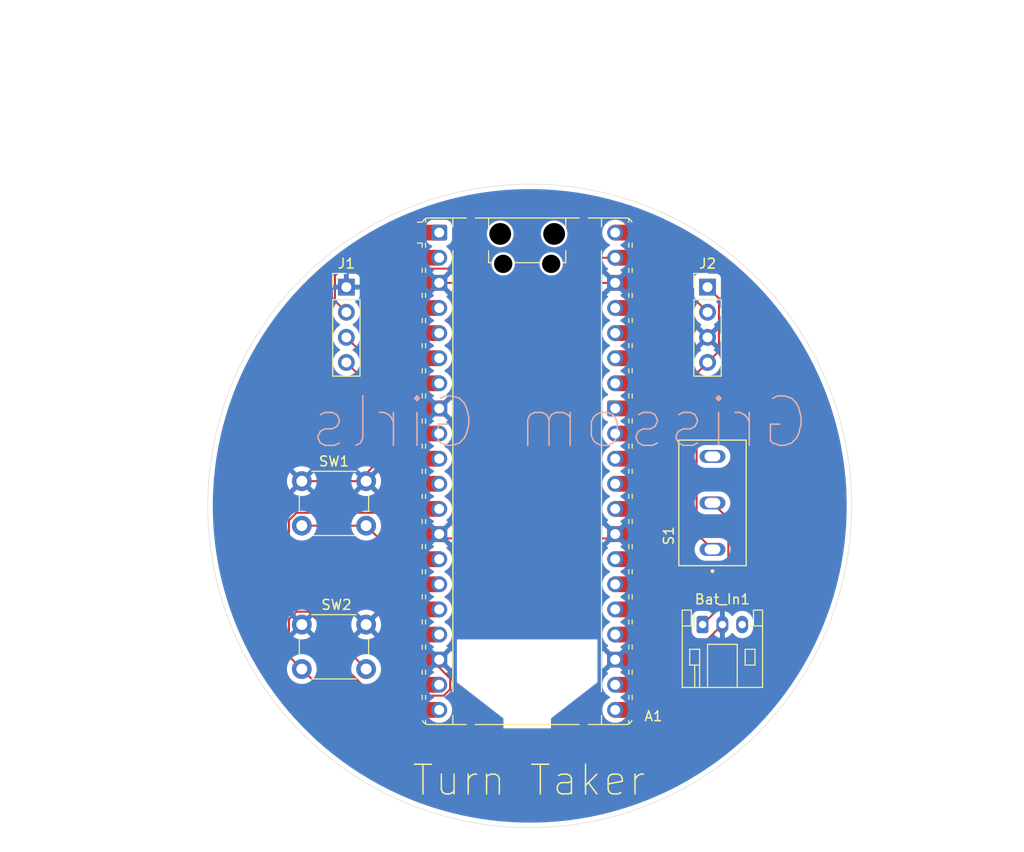
<source format=kicad_pcb>
(kicad_pcb (version 20241229) (generator "pcbnew") (generator_version "9.0")
  (layers (0 "F.Cu" signal) (2 "B.Cu" signal) (13 "F.Paste" user) (15 "B.Paste" user) (5 "F.SilkS" user "F.Silkscreen") (7 "B.SilkS" user "B.Silkscreen") (1 "F.Mask" user) (3 "B.Mask" user) (25 "Edge.Cuts" user))
  (net 0 "")
  (net 7 "GND")
  (net 9 "Net-(A1-GPIO14)")
  (net 28 "+5V")
  (net 34 "Net-(A1-GPIO5)")
  (net 37 "Net-(A1-GPIO4)")
  (net 47 "Net-(A1-GPIO15)")
  (net 63 "BAT+")
  (net 64 "Net-(J2-Pin_1)")
  (footprint "Module:RaspberryPi_Pico_Common_Unspecified" (layer "F.Cu") (at 181.275 83)
    (property "Reference" "A1" (at 11.7475 24.765 0) (layer "F.SilkS") (effects (justify left)))
    (property "Value" "RaspberryPi_Pico")
    (fp_line (start -10.61 -23.07) (end -11.09 -23.07) (stroke (width 0.12)) (layer "F.SilkS"))
    (fp_line (start -10.61 -23.07) (end -10.61 -22.65) (stroke (width 0.12)) (layer "F.SilkS"))
    (fp_line (start -10.61 -20.53) (end -10.61 -20.11) (stroke (width 0.12)) (layer "F.SilkS"))
    (fp_line (start -10.61 -17.99) (end -10.61 -17.57) (stroke (width 0.12)) (layer "F.SilkS"))
    (fp_line (start -10.61 -15.45) (end -10.61 -15.03) (stroke (width 0.12)) (layer "F.SilkS"))
    (fp_line (start -10.61 -12.91) (end -10.61 -12.49) (stroke (width 0.12)) (layer "F.SilkS"))
    (fp_line (start -10.61 -10.37) (end -10.61 -9.95) (stroke (width 0.12)) (layer "F.SilkS"))
    (fp_line (start -10.61 -7.83) (end -10.61 -7.41) (stroke (width 0.12)) (layer "F.SilkS"))
    (fp_line (start -10.61 -5.29) (end -10.61 -4.87) (stroke (width 0.12)) (layer "F.SilkS"))
    (fp_line (start -10.61 -2.75) (end -10.61 -2.33) (stroke (width 0.12)) (layer "F.SilkS"))
    (fp_line (start -10.61 -0.21) (end -10.61 0.21) (stroke (width 0.12)) (layer "F.SilkS"))
    (fp_line (start -10.61 2.33) (end -10.61 2.75) (stroke (width 0.12)) (layer "F.SilkS"))
    (fp_line (start -10.61 4.87) (end -10.61 5.29) (stroke (width 0.12)) (layer "F.SilkS"))
    (fp_line (start -10.61 7.41) (end -10.61 7.83) (stroke (width 0.12)) (layer "F.SilkS"))
    (fp_line (start -10.61 9.95) (end -10.61 10.37) (stroke (width 0.12)) (layer "F.SilkS"))
    (fp_line (start -10.61 12.49) (end -10.61 12.91) (stroke (width 0.12)) (layer "F.SilkS"))
    (fp_line (start -10.61 15.03) (end -10.61 15.45) (stroke (width 0.12)) (layer "F.SilkS"))
    (fp_line (start -10.61 17.57) (end -10.61 17.99) (stroke (width 0.12)) (layer "F.SilkS"))
    (fp_line (start -10.61 20.11) (end -10.61 20.53) (stroke (width 0.12)) (layer "F.SilkS"))
    (fp_line (start -10.61 22.65) (end -10.61 23.07) (stroke (width 0.12)) (layer "F.SilkS"))
    (fp_line (start -10.579676 -25.19) (end -11.09 -25.19) (stroke (width 0.12)) (layer "F.SilkS"))
    (fp_line (start -10.27 -25.189937) (end -10.27 -25.547) (stroke (width 0.12)) (layer "F.SilkS"))
    (fp_line (start -10.27 -23.07) (end -10.27 -22.65) (stroke (width 0.12)) (layer "F.SilkS"))
    (fp_line (start -10.27 -20.53) (end -10.27 -20.11) (stroke (width 0.12)) (layer "F.SilkS"))
    (fp_line (start -10.27 -17.99) (end -10.27 -17.57) (stroke (width 0.12)) (layer "F.SilkS"))
    (fp_line (start -10.27 -15.45) (end -10.27 -15.03) (stroke (width 0.12)) (layer "F.SilkS"))
    (fp_line (start -10.27 -12.91) (end -10.27 -12.49) (stroke (width 0.12)) (layer "F.SilkS"))
    (fp_line (start -10.27 -10.37) (end -10.27 -9.95) (stroke (width 0.12)) (layer "F.SilkS"))
    (fp_line (start -10.27 -7.83) (end -10.27 -7.41) (stroke (width 0.12)) (layer "F.SilkS"))
    (fp_line (start -10.27 -5.29) (end -10.27 -4.87) (stroke (width 0.12)) (layer "F.SilkS"))
    (fp_line (start -10.27 -2.75) (end -10.27 -2.33) (stroke (width 0.12)) (layer "F.SilkS"))
    (fp_line (start -10.27 -0.21) (end -10.27 0.21) (stroke (width 0.12)) (layer "F.SilkS"))
    (fp_line (start -10.27 2.33) (end -10.27 2.75) (stroke (width 0.12)) (layer "F.SilkS"))
    (fp_line (start -10.27 4.87) (end -10.27 5.29) (stroke (width 0.12)) (layer "F.SilkS"))
    (fp_line (start -10.27 7.41) (end -10.27 7.83) (stroke (width 0.12)) (layer "F.SilkS"))
    (fp_line (start -10.27 9.95) (end -10.27 10.37) (stroke (width 0.12)) (layer "F.SilkS"))
    (fp_line (start -10.27 12.49) (end -10.27 12.91) (stroke (width 0.12)) (layer "F.SilkS"))
    (fp_line (start -10.27 15.03) (end -10.27 15.45) (stroke (width 0.12)) (layer "F.SilkS"))
    (fp_line (start -10.27 17.57) (end -10.27 17.99) (stroke (width 0.12)) (layer "F.SilkS"))
    (fp_line (start -10.27 20.11) (end -10.27 20.53) (stroke (width 0.12)) (layer "F.SilkS"))
    (fp_line (start -10.27 22.65) (end -10.27 23.07) (stroke (width 0.12)) (layer "F.SilkS"))
    (fp_line (start -10.27 25.189937) (end -10.27 25.547) (stroke (width 0.12)) (layer "F.SilkS"))
    (fp_line (start -10 -25.61) (end -7.51 -25.61) (stroke (width 0.12)) (layer "F.SilkS"))
    (fp_line (start -10 25.61) (end -6.162061 25.61) (stroke (width 0.12)) (layer "F.SilkS"))
    (fp_line (start -7.51 -25.61) (end -7.51 -24.69648) (stroke (width 0.12)) (layer "F.SilkS"))
    (fp_line (start -7.51 -25.61) (end -6.16206 -25.61) (stroke (width 0.12)) (layer "F.SilkS"))
    (fp_line (start -7.51 -22.30352) (end -7.51 22.30352) (stroke (width 0.12)) (layer "F.SilkS"))
    (fp_line (start -7.51 24.69648) (end -7.51 25.61) (stroke (width 0.12)) (layer "F.SilkS"))
    (fp_line (start -5.237939 -25.61) (end -4.235 -25.61) (stroke (width 0.12)) (layer "F.SilkS"))
    (fp_line (start -4.235 -25.61) (end 4.235 -25.61) (stroke (width 0.12)) (layer "F.SilkS"))
    (fp_line (start -3.9 -25.61) (end -3.9 -24.694) (stroke (width 0.12)) (layer "F.SilkS"))
    (fp_line (start -3.9 -22.306) (end -3.9 -21.09) (stroke (width 0.12)) (layer "F.SilkS"))
    (fp_line (start -3.9 -21.09) (end -3.60391 -21.09) (stroke (width 0.12)) (layer "F.SilkS"))
    (fp_line (start -3.6 25.61) (end -5.237939 25.61) (stroke (width 0.12)) (layer "F.SilkS"))
    (fp_line (start -1.24609 -21.09) (end 1.24609 -21.09) (stroke (width 0.12)) (layer "F.SilkS"))
    (fp_line (start 3.6 25.61) (end -3.6 25.61) (stroke (width 0.12)) (layer "F.SilkS"))
    (fp_line (start 3.60391 -21.09) (end 3.9 -21.09) (stroke (width 0.12)) (layer "F.SilkS"))
    (fp_line (start 3.9 -25.61) (end 3.9 -24.694) (stroke (width 0.12)) (layer "F.SilkS"))
    (fp_line (start 3.9 -22.306) (end 3.9 -21.09) (stroke (width 0.12)) (layer "F.SilkS"))
    (fp_line (start 4.235 -25.61) (end 5.237939 -25.61) (stroke (width 0.12)) (layer "F.SilkS"))
    (fp_line (start 5.237939 25.61) (end 3.6 25.61) (stroke (width 0.12)) (layer "F.SilkS"))
    (fp_line (start 6.162061 -25.61) (end 7.51 -25.61) (stroke (width 0.12)) (layer "F.SilkS"))
    (fp_line (start 6.162061 25.61) (end 10 25.61) (stroke (width 0.12)) (layer "F.SilkS"))
    (fp_line (start 7.51 -25.61) (end 7.51 -24.69648) (stroke (width 0.12)) (layer "F.SilkS"))
    (fp_line (start 7.51 -22.30352) (end 7.51 22.30352) (stroke (width 0.12)) (layer "F.SilkS"))
    (fp_line (start 7.51 24.69648) (end 7.51 25.61) (stroke (width 0.12)) (layer "F.SilkS"))
    (fp_line (start 10 -25.61) (end 7.51 -25.61) (stroke (width 0.12)) (layer "F.SilkS"))
    (fp_line (start 10.27 -25.189937) (end 10.27 -25.547) (stroke (width 0.12)) (layer "F.SilkS"))
    (fp_line (start 10.27 -23.07) (end 10.27 -22.65) (stroke (width 0.12)) (layer "F.SilkS"))
    (fp_line (start 10.27 -20.53) (end 10.27 -20.11) (stroke (width 0.12)) (layer "F.SilkS"))
    (fp_line (start 10.27 -17.99) (end 10.27 -17.57) (stroke (width 0.12)) (layer "F.SilkS"))
    (fp_line (start 10.27 -15.45) (end 10.27 -15.03) (stroke (width 0.12)) (layer "F.SilkS"))
    (fp_line (start 10.27 -12.91) (end 10.27 -12.49) (stroke (width 0.12)) (layer "F.SilkS"))
    (fp_line (start 10.27 -10.37) (end 10.27 -9.95) (stroke (width 0.12)) (layer "F.SilkS"))
    (fp_line (start 10.27 -7.83) (end 10.27 -7.41) (stroke (width 0.12)) (layer "F.SilkS"))
    (fp_line (start 10.27 -5.29) (end 10.27 -4.87) (stroke (width 0.12)) (layer "F.SilkS"))
    (fp_line (start 10.27 -2.75) (end 10.27 -2.33) (stroke (width 0.12)) (layer "F.SilkS"))
    (fp_line (start 10.27 -0.21) (end 10.27 0.21) (stroke (width 0.12)) (layer "F.SilkS"))
    (fp_line (start 10.27 2.33) (end 10.27 2.75) (stroke (width 0.12)) (layer "F.SilkS"))
    (fp_line (start 10.27 4.87) (end 10.27 5.29) (stroke (width 0.12)) (layer "F.SilkS"))
    (fp_line (start 10.27 7.41) (end 10.27 7.83) (stroke (width 0.12)) (layer "F.SilkS"))
    (fp_line (start 10.27 9.95) (end 10.27 10.37) (stroke (width 0.12)) (layer "F.SilkS"))
    (fp_line (start 10.27 12.49) (end 10.27 12.91) (stroke (width 0.12)) (layer "F.SilkS"))
    (fp_line (start 10.27 15.03) (end 10.27 15.45) (stroke (width 0.12)) (layer "F.SilkS"))
    (fp_line (start 10.27 17.57) (end 10.27 17.99) (stroke (width 0.12)) (layer "F.SilkS"))
    (fp_line (start 10.27 20.11) (end 10.27 20.53) (stroke (width 0.12)) (layer "F.SilkS"))
    (fp_line (start 10.27 22.65) (end 10.27 23.07) (stroke (width 0.12)) (layer "F.SilkS"))
    (fp_line (start 10.27 25.189937) (end 10.27 25.547) (stroke (width 0.12)) (layer "F.SilkS"))
    (fp_line (start 10.61 -23.07) (end 10.61 -22.65) (stroke (width 0.12)) (layer "F.SilkS"))
    (fp_line (start 10.61 -20.53) (end 10.61 -20.11) (stroke (width 0.12)) (layer "F.SilkS"))
    (fp_line (start 10.61 -17.99) (end 10.61 -17.57) (stroke (width 0.12)) (layer "F.SilkS"))
    (fp_line (start 10.61 -15.45) (end 10.61 -15.03) (stroke (width 0.12)) (layer "F.SilkS"))
    (fp_line (start 10.61 -12.91) (end 10.61 -12.49) (stroke (width 0.12)) (layer "F.SilkS"))
    (fp_line (start 10.61 -10.37) (end 10.61 -9.95) (stroke (width 0.12)) (layer "F.SilkS"))
    (fp_line (start 10.61 -7.83) (end 10.61 -7.41) (stroke (width 0.12)) (layer "F.SilkS"))
    (fp_line (start 10.61 -5.29) (end 10.61 -4.87) (stroke (width 0.12)) (layer "F.SilkS"))
    (fp_line (start 10.61 -2.75) (end 10.61 -2.33) (stroke (width 0.12)) (layer "F.SilkS"))
    (fp_line (start 10.61 -0.21) (end 10.61 0.21) (stroke (width 0.12)) (layer "F.SilkS"))
    (fp_line (start 10.61 2.33) (end 10.61 2.75) (stroke (width 0.12)) (layer "F.SilkS"))
    (fp_line (start 10.61 4.87) (end 10.61 5.29) (stroke (width 0.12)) (layer "F.SilkS"))
    (fp_line (start 10.61 7.41) (end 10.61 7.83) (stroke (width 0.12)) (layer "F.SilkS"))
    (fp_line (start 10.61 9.95) (end 10.61 10.37) (stroke (width 0.12)) (layer "F.SilkS"))
    (fp_line (start 10.61 12.49) (end 10.61 12.91) (stroke (width 0.12)) (layer "F.SilkS"))
    (fp_line (start 10.61 15.03) (end 10.61 15.45) (stroke (width 0.12)) (layer "F.SilkS"))
    (fp_line (start 10.61 17.57) (end 10.61 17.99) (stroke (width 0.12)) (layer "F.SilkS"))
    (fp_line (start 10.61 20.11) (end 10.61 20.53) (stroke (width 0.12)) (layer "F.SilkS"))
    (fp_line (start 10.61 22.65) (end 10.61 23.07) (stroke (width 0.12)) (layer "F.SilkS"))
    (fp_arc (start -10.579676 -25.19) (mid -10.357938 -25.493944) (end -10 -25.61) (stroke (width 0.12)) (layer "F.SilkS"))
    (fp_arc (start -10 25.61) (mid -10.357937 25.493944) (end -10.579676 25.189937) (stroke (width 0.12)) (layer "F.SilkS"))
    (fp_arc (start 10 -25.61) (mid 10.357937 -25.493944) (end 10.579676 -25.189937) (stroke (width 0.12)) (layer "F.SilkS"))
    (fp_arc (start 10.579676 25.189937) (mid 10.357946 25.493957) (end 10 25.61) (stroke (width 0.12)) (layer "F.SilkS"))
    (pad "" np_thru_hole circle (at -2.725 -24) (size 2.2 2.2) (drill 2.2) (layers "*.Mask"))
    (pad "" np_thru_hole circle (at -2.425 -20.97) (size 1.85 1.85) (drill 1.85) (layers "*.Mask"))
    (pad "" np_thru_hole circle (at 2.425 -20.97) (size 1.85 1.85) (drill 1.85) (layers "*.Mask"))
    (pad "" np_thru_hole circle (at 2.725 -24) (size 2.2 2.2) (drill 2.2) (layers "*.Mask"))
    (pad "1" smd custom (at -9.69 -24.13) (size 1.6 0.8) (layers "F.Cu" "F.Mask") (options (clearance outline) (anchor rect)) (primitives (gr_circle (center 0.8 0) (end 1.6 0) (width 0) (fill yes)) (gr_poly (pts (xy -1.6 -0.6) (xy -1.6 0.6) (xy -1.4 0.8) (xy 0.8 0.8) (xy 0.8 -0.8) (xy -1.4 -0.8)) (width 0) (fill yes)) (gr_circle (center -1.4 -0.6) (end -1.2 -0.6) (width 0) (fill yes)) (gr_circle (center -1.4 0.6) (end -1.2 0.6) (width 0) (fill yes))))
    (pad "1" thru_hole roundrect (at -8.89 -24.13) (size 1.6 1.6) (drill 1) (layers "*.Cu" "*.Mask") (roundrect_rratio 0.125))
    (pad "2" smd roundrect (at -9.69 -21.59) (size 3.2 1.6) (layers "F.Cu" "F.Mask") (roundrect_rratio 0.5))
    (pad "2" thru_hole circle (at -8.89 -21.59) (size 1.6 1.6) (drill 1) (layers "*.Cu" "*.Mask"))
    (pad "3" smd custom (at -9.69 -19.05) (size 1.6 0.8) (layers "F.Cu" "F.Mask") (net 7 "GND") (options (clearance outline) (anchor rect)) (primitives (gr_circle (center -0.8 0) (end 0 0) (width 0) (fill yes)) (gr_poly (pts (xy 1.6 -0.6) (xy 1.6 0.6) (xy 1.4 0.8) (xy -0.8 0.8) (xy -0.8 -0.8) (xy 1.4 -0.8)) (width 0) (fill yes)) (gr_circle (center 1.4 -0.6) (end 1.6 -0.6) (width 0) (fill yes)) (gr_circle (center 1.4 0.6) (end 1.6 0.6) (width 0) (fill yes))))
    (pad "3" thru_hole custom (at -8.89 -19.05) (size 1.6 1.6) (drill 1) (layers "*.Cu" "*.Mask") (net 7 "GND") (options (clearance outline) (anchor circle)) (primitives (gr_poly (pts (xy 0.8 0.6) (xy 0.8 -0.6) (xy 0.6 -0.8) (xy 0 -0.8) (xy 0 0.8) (xy 0.6 0.8)) (width 0) (fill yes)) (gr_circle (center 0.6 0.6) (end 0.8 0.6) (width 0) (fill yes)) (gr_circle (center 0.6 -0.6) (end 0.8 -0.6) (width 0) (fill yes))))
    (pad "4" smd roundrect (at -9.69 -16.51) (size 3.2 1.6) (layers "F.Cu" "F.Mask") (roundrect_rratio 0.5))
    (pad "4" thru_hole circle (at -8.89 -16.51) (size 1.6 1.6) (drill 1) (layers "*.Cu" "*.Mask"))
    (pad "5" smd roundrect (at -9.69 -13.97) (size 3.2 1.6) (layers "F.Cu" "F.Mask") (roundrect_rratio 0.5))
    (pad "5" thru_hole circle (at -8.89 -13.97) (size 1.6 1.6) (drill 1) (layers "*.Cu" "*.Mask"))
    (pad "6" smd roundrect (at -9.69 -11.43) (size 3.2 1.6) (layers "F.Cu" "F.Mask") (roundrect_rratio 0.5) (net 37 "Net-(A1-GPIO4)"))
    (pad "6" thru_hole circle (at -8.89 -11.43) (size 1.6 1.6) (drill 1) (layers "*.Cu" "*.Mask") (net 37 "Net-(A1-GPIO4)"))
    (pad "7" smd roundrect (at -9.69 -8.89) (size 3.2 1.6) (layers "F.Cu" "F.Mask") (roundrect_rratio 0.5) (net 34 "Net-(A1-GPIO5)"))
    (pad "7" thru_hole circle (at -8.89 -8.89) (size 1.6 1.6) (drill 1) (layers "*.Cu" "*.Mask") (net 34 "Net-(A1-GPIO5)"))
    (pad "8" smd custom (at -9.69 -6.35) (size 1.6 0.8) (layers "F.Cu" "F.Mask") (net 7 "GND") (options (clearance outline) (anchor rect)) (primitives (gr_circle (center -0.8 0) (end 0 0) (width 0) (fill yes)) (gr_poly (pts (xy 1.6 -0.6) (xy 1.6 0.6) (xy 1.4 0.8) (xy -0.8 0.8) (xy -0.8 -0.8) (xy 1.4 -0.8)) (width 0) (fill yes)) (gr_circle (center 1.4 -0.6) (end 1.6 -0.6) (width 0) (fill yes)) (gr_circle (center 1.4 0.6) (end 1.6 0.6) (width 0) (fill yes))))
    (pad "8" thru_hole custom (at -8.89 -6.35) (size 1.6 1.6) (drill 1) (layers "*.Cu" "*.Mask") (net 7 "GND") (options (clearance outline) (anchor circle)) (primitives (gr_poly (pts (xy 0.8 0.6) (xy 0.8 -0.6) (xy 0.6 -0.8) (xy 0 -0.8) (xy 0 0.8) (xy 0.6 0.8)) (width 0) (fill yes)) (gr_circle (center 0.6 0.6) (end 0.8 0.6) (width 0) (fill yes)) (gr_circle (center 0.6 -0.6) (end 0.8 -0.6) (width 0) (fill yes))))
    (pad "9" smd roundrect (at -9.69 -3.81) (size 3.2 1.6) (layers "F.Cu" "F.Mask") (roundrect_rratio 0.5))
    (pad "9" thru_hole circle (at -8.89 -3.81) (size 1.6 1.6) (drill 1) (layers "*.Cu" "*.Mask"))
    (pad "10" smd roundrect (at -9.69 -1.27) (size 3.2 1.6) (layers "F.Cu" "F.Mask") (roundrect_rratio 0.5))
    (pad "10" thru_hole circle (at -8.89 -1.27) (size 1.6 1.6) (drill 1) (layers "*.Cu" "*.Mask"))
    (pad "11" smd roundrect (at -9.69 1.27) (size 3.2 1.6) (layers "F.Cu" "F.Mask") (roundrect_rratio 0.5))
    (pad "11" thru_hole circle (at -8.89 1.27) (size 1.6 1.6) (drill 1) (layers "*.Cu" "*.Mask"))
    (pad "12" smd roundrect (at -9.69 3.81) (size 3.2 1.6) (layers "F.Cu" "F.Mask") (roundrect_rratio 0.5))
    (pad "12" thru_hole circle (at -8.89 3.81) (size 1.6 1.6) (drill 1) (layers "*.Cu" "*.Mask"))
    (pad "13" smd custom (at -9.69 6.35) (size 1.6 0.8) (layers "F.Cu" "F.Mask") (net 7 "GND") (options (clearance outline) (anchor rect)) (primitives (gr_circle (center -0.8 0) (end 0 0) (width 0) (fill yes)) (gr_poly (pts (xy 1.6 -0.6) (xy 1.6 0.6) (xy 1.4 0.8) (xy -0.8 0.8) (xy -0.8 -0.8) (xy 1.4 -0.8)) (width 0) (fill yes)) (gr_circle (center 1.4 -0.6) (end 1.6 -0.6) (width 0) (fill yes)) (gr_circle (center 1.4 0.6) (end 1.6 0.6) (width 0) (fill yes))))
    (pad "13" thru_hole custom (at -8.89 6.35) (size 1.6 1.6) (drill 1) (layers "*.Cu" "*.Mask") (net 7 "GND") (options (clearance outline) (anchor circle)) (primitives (gr_poly (pts (xy 0.8 0.6) (xy 0.8 -0.6) (xy 0.6 -0.8) (xy 0 -0.8) (xy 0 0.8) (xy 0.6 0.8)) (width 0) (fill yes)) (gr_circle (center 0.6 0.6) (end 0.8 0.6) (width 0) (fill yes)) (gr_circle (center 0.6 -0.6) (end 0.8 -0.6) (width 0) (fill yes))))
    (pad "14" smd roundrect (at -9.69 8.89) (size 3.2 1.6) (layers "F.Cu" "F.Mask") (roundrect_rratio 0.5))
    (pad "14" thru_hole circle (at -8.89 8.89) (size 1.6 1.6) (drill 1) (layers "*.Cu" "*.Mask"))
    (pad "15" smd roundrect (at -9.69 11.43) (size 3.2 1.6) (layers "F.Cu" "F.Mask") (roundrect_rratio 0.5))
    (pad "15" thru_hole circle (at -8.89 11.43) (size 1.6 1.6) (drill 1) (layers "*.Cu" "*.Mask"))
    (pad "16" smd roundrect (at -9.69 13.97) (size 3.2 1.6) (layers "F.Cu" "F.Mask") (roundrect_rratio 0.5))
    (pad "16" thru_hole circle (at -8.89 13.97) (size 1.6 1.6) (drill 1) (layers "*.Cu" "*.Mask"))
    (pad "17" smd roundrect (at -9.69 16.51) (size 3.2 1.6) (layers "F.Cu" "F.Mask") (roundrect_rratio 0.5))
    (pad "17" thru_hole circle (at -8.89 16.51) (size 1.6 1.6) (drill 1) (layers "*.Cu" "*.Mask"))
    (pad "18" smd custom (at -9.69 19.05) (size 1.6 0.8) (layers "F.Cu" "F.Mask") (net 7 "GND") (options (clearance outline) (anchor rect)) (primitives (gr_circle (center -0.8 0) (end 0 0) (width 0) (fill yes)) (gr_poly (pts (xy 1.6 -0.6) (xy 1.6 0.6) (xy 1.4 0.8) (xy -0.8 0.8) (xy -0.8 -0.8) (xy 1.4 -0.8)) (width 0) (fill yes)) (gr_circle (center 1.4 -0.6) (end 1.6 -0.6) (width 0) (fill yes)) (gr_circle (center 1.4 0.6) (end 1.6 0.6) (width 0) (fill yes))))
    (pad "18" thru_hole custom (at -8.89 19.05) (size 1.6 1.6) (drill 1) (layers "*.Cu" "*.Mask") (net 7 "GND") (options (clearance outline) (anchor circle)) (primitives (gr_poly (pts (xy 0.8 0.6) (xy 0.8 -0.6) (xy 0.6 -0.8) (xy 0 -0.8) (xy 0 0.8) (xy 0.6 0.8)) (width 0) (fill yes)) (gr_circle (center 0.6 0.6) (end 0.8 0.6) (width 0) (fill yes)) (gr_circle (center 0.6 -0.6) (end 0.8 -0.6) (width 0) (fill yes))))
    (pad "19" smd roundrect (at -9.69 21.59) (size 3.2 1.6) (layers "F.Cu" "F.Mask") (roundrect_rratio 0.5) (net 9 "Net-(A1-GPIO14)"))
    (pad "19" thru_hole circle (at -8.89 21.59) (size 1.6 1.6) (drill 1) (layers "*.Cu" "*.Mask") (net 9 "Net-(A1-GPIO14)"))
    (pad "20" smd roundrect (at -9.69 24.13) (size 3.2 1.6) (layers "F.Cu" "F.Mask") (roundrect_rratio 0.5) (net 47 "Net-(A1-GPIO15)"))
    (pad "20" thru_hole circle (at -8.89 24.13) (size 1.6 1.6) (drill 1) (layers "*.Cu" "*.Mask") (net 47 "Net-(A1-GPIO15)"))
    (pad "21" thru_hole circle (at 8.89 24.13) (size 1.6 1.6) (drill 1) (layers "*.Cu" "*.Mask"))
    (pad "21" smd roundrect (at 9.69 24.13) (size 3.2 1.6) (layers "F.Cu" "F.Mask") (roundrect_rratio 0.5))
    (pad "22" thru_hole circle (at 8.89 21.59) (size 1.6 1.6) (drill 1) (layers "*.Cu" "*.Mask"))
    (pad "22" smd roundrect (at 9.69 21.59) (size 3.2 1.6) (layers "F.Cu" "F.Mask") (roundrect_rratio 0.5))
    (pad "23" thru_hole custom (at 8.89 19.05) (size 1.6 1.6) (drill 1) (layers "*.Cu" "*.Mask") (net 7 "GND") (options (clearance outline) (anchor circle)) (primitives (gr_poly (pts (xy -0.8 0.6) (xy -0.8 -0.6) (xy -0.6 -0.8) (xy 0 -0.8) (xy 0 0.8) (xy -0.6 0.8)) (width 0) (fill yes)) (gr_circle (center -0.6 0.6) (end -0.4 0.6) (width 0) (fill yes)) (gr_circle (center -0.6 -0.6) (end -0.4 -0.6) (width 0) (fill yes))))
    (pad "23" smd custom (at 9.69 19.05) (size 1.6 0.8) (layers "F.Cu" "F.Mask") (net 7 "GND") (options (clearance outline) (anchor rect)) (primitives (gr_circle (center 0.8 0) (end 1.6 0) (width 0) (fill yes)) (gr_poly (pts (xy -1.6 -0.6) (xy -1.6 0.6) (xy -1.4 0.8) (xy 0.8 0.8) (xy 0.8 -0.8) (xy -1.4 -0.8)) (width 0) (fill yes)) (gr_circle (center -1.4 -0.6) (end -1.2 -0.6) (width 0) (fill yes)) (gr_circle (center -1.4 0.6) (end -1.2 0.6) (width 0) (fill yes))))
    (pad "24" thru_hole circle (at 8.89 16.51) (size 1.6 1.6) (drill 1) (layers "*.Cu" "*.Mask"))
    (pad "24" smd roundrect (at 9.69 16.51) (size 3.2 1.6) (layers "F.Cu" "F.Mask") (roundrect_rratio 0.5))
    (pad "25" thru_hole circle (at 8.89 13.97) (size 1.6 1.6) (drill 1) (layers "*.Cu" "*.Mask"))
    (pad "25" smd roundrect (at 9.69 13.97) (size 3.2 1.6) (layers "F.Cu" "F.Mask") (roundrect_rratio 0.5))
    (pad "26" thru_hole circle (at 8.89 11.43) (size 1.6 1.6) (drill 1) (layers "*.Cu" "*.Mask"))
    (pad "26" smd roundrect (at 9.69 11.43) (size 3.2 1.6) (layers "F.Cu" "F.Mask") (roundrect_rratio 0.5))
    (pad "27" thru_hole circle (at 8.89 8.89) (size 1.6 1.6) (drill 1) (layers "*.Cu" "*.Mask"))
    (pad "27" smd roundrect (at 9.69 8.89) (size 3.2 1.6) (layers "F.Cu" "F.Mask") (roundrect_rratio 0.5))
    (pad "28" thru_hole custom (at 8.89 6.35) (size 1.6 1.6) (drill 1) (layers "*.Cu" "*.Mask") (net 7 "GND") (options (clearance outline) (anchor circle)) (primitives (gr_poly (pts (xy -0.8 0.6) (xy -0.8 -0.6) (xy -0.6 -0.8) (xy 0 -0.8) (xy 0 0.8) (xy -0.6 0.8)) (width 0) (fill yes)) (gr_circle (center -0.6 0.6) (end -0.4 0.6) (width 0) (fill yes)) (gr_circle (center -0.6 -0.6) (end -0.4 -0.6) (width 0) (fill yes))))
    (pad "28" smd custom (at 9.69 6.35) (size 1.6 0.8) (layers "F.Cu" "F.Mask") (net 7 "GND") (options (clearance outline) (anchor rect)) (primitives (gr_circle (center 0.8 0) (end 1.6 0) (width 0) (fill yes)) (gr_poly (pts (xy -1.6 -0.6) (xy -1.6 0.6) (xy -1.4 0.8) (xy 0.8 0.8) (xy 0.8 -0.8) (xy -1.4 -0.8)) (width 0) (fill yes)) (gr_circle (center -1.4 -0.6) (end -1.2 -0.6) (width 0) (fill yes)) (gr_circle (center -1.4 0.6) (end -1.2 0.6) (width 0) (fill yes))))
    (pad "29" thru_hole circle (at 8.89 3.81) (size 1.6 1.6) (drill 1) (layers "*.Cu" "*.Mask"))
    (pad "29" smd roundrect (at 9.69 3.81) (size 3.2 1.6) (layers "F.Cu" "F.Mask") (roundrect_rratio 0.5))
    (pad "30" thru_hole circle (at 8.89 1.27) (size 1.6 1.6) (drill 1) (layers "*.Cu" "*.Mask"))
    (pad "30" smd roundrect (at 9.69 1.27) (size 3.2 1.6) (layers "F.Cu" "F.Mask") (roundrect_rratio 0.5))
    (pad "31" thru_hole circle (at 8.89 -1.27) (size 1.6 1.6) (drill 1) (layers "*.Cu" "*.Mask"))
    (pad "31" smd roundrect (at 9.69 -1.27) (size 3.2 1.6) (layers "F.Cu" "F.Mask") (roundrect_rratio 0.5))
    (pad "32" thru_hole circle (at 8.89 -3.81) (size 1.6 1.6) (drill 1) (layers "*.Cu" "*.Mask"))
    (pad "32" smd roundrect (at 9.69 -3.81) (size 3.2 1.6) (layers "F.Cu" "F.Mask") (roundrect_rratio 0.5))
    (pad "33" thru_hole custom (at 8.89 -6.35) (size 1.6 1.6) (drill 1) (layers "*.Cu" "*.Mask") (options (clearance outline) (anchor circle)) (primitives (gr_poly (pts (xy -0.8 0.6) (xy -0.8 -0.6) (xy -0.6 -0.8) (xy 0 -0.8) (xy 0 0.8) (xy -0.6 0.8)) (width 0) (fill yes)) (gr_circle (center -0.6 0.6) (end -0.4 0.6) (width 0) (fill yes)) (gr_circle (center -0.6 -0.6) (end -0.4 -0.6) (width 0) (fill yes))))
    (pad "33" smd custom (at 9.69 -6.35) (size 1.6 0.8) (layers "F.Cu" "F.Mask") (options (clearance outline) (anchor rect)) (primitives (gr_circle (center 0.8 0) (end 1.6 0) (width 0) (fill yes)) (gr_poly (pts (xy -1.6 -0.6) (xy -1.6 0.6) (xy -1.4 0.8) (xy 0.8 0.8) (xy 0.8 -0.8) (xy -1.4 -0.8)) (width 0) (fill yes)) (gr_circle (center -1.4 -0.6) (end -1.2 -0.6) (width 0) (fill yes)) (gr_circle (center -1.4 0.6) (end -1.2 0.6) (width 0) (fill yes))))
    (pad "34" thru_hole circle (at 8.89 -8.89) (size 1.6 1.6) (drill 1) (layers "*.Cu" "*.Mask"))
    (pad "34" smd roundrect (at 9.69 -8.89) (size 3.2 1.6) (layers "F.Cu" "F.Mask") (roundrect_rratio 0.5))
    (pad "35" thru_hole circle (at 8.89 -11.43) (size 1.6 1.6) (drill 1) (layers "*.Cu" "*.Mask"))
    (pad "35" smd roundrect (at 9.69 -11.43) (size 3.2 1.6) (layers "F.Cu" "F.Mask") (roundrect_rratio 0.5))
    (pad "36" thru_hole circle (at 8.89 -13.97) (size 1.6 1.6) (drill 1) (layers "*.Cu" "*.Mask"))
    (pad "36" smd roundrect (at 9.69 -13.97) (size 3.2 1.6) (layers "F.Cu" "F.Mask") (roundrect_rratio 0.5))
    (pad "37" thru_hole circle (at 8.89 -16.51) (size 1.6 1.6) (drill 1) (layers "*.Cu" "*.Mask"))
    (pad "37" smd roundrect (at 9.69 -16.51) (size 3.2 1.6) (layers "F.Cu" "F.Mask") (roundrect_rratio 0.5))
    (pad "38" thru_hole custom (at 8.89 -19.05) (size 1.6 1.6) (drill 1) (layers "*.Cu" "*.Mask") (net 7 "GND") (options (clearance outline) (anchor circle)) (primitives (gr_poly (pts (xy -0.8 0.6) (xy -0.8 -0.6) (xy -0.6 -0.8) (xy 0 -0.8) (xy 0 0.8) (xy -0.6 0.8)) (width 0) (fill yes)) (gr_circle (center -0.6 0.6) (end -0.4 0.6) (width 0) (fill yes)) (gr_circle (center -0.6 -0.6) (end -0.4 -0.6) (width 0) (fill yes))))
    (pad "38" smd custom (at 9.69 -19.05) (size 1.6 0.8) (layers "F.Cu" "F.Mask") (net 7 "GND") (options (clearance outline) (anchor rect)) (primitives (gr_circle (center 0.8 0) (end 1.6 0) (width 0) (fill yes)) (gr_poly (pts (xy -1.6 -0.6) (xy -1.6 0.6) (xy -1.4 0.8) (xy 0.8 0.8) (xy 0.8 -0.8) (xy -1.4 -0.8)) (width 0) (fill yes)) (gr_circle (center -1.4 -0.6) (end -1.2 -0.6) (width 0) (fill yes)) (gr_circle (center -1.4 0.6) (end -1.2 0.6) (width 0) (fill yes))))
    (pad "39" thru_hole circle (at 8.89 -21.59) (size 1.6 1.6) (drill 1) (layers "*.Cu" "*.Mask") (net 28 "+5V"))
    (pad "39" smd roundrect (at 9.69 -21.59) (size 3.2 1.6) (layers "F.Cu" "F.Mask") (roundrect_rratio 0.5) (net 28 "+5V"))
    (pad "40" thru_hole circle (at 8.89 -24.13) (size 1.6 1.6) (drill 1) (layers "*.Cu" "*.Mask"))
    (pad "40" smd roundrect (at 9.69 -24.13) (size 3.2 1.6) (layers "F.Cu" "F.Mask") (roundrect_rratio 0.5))
    (zone (net 0) (net_name "") (layers "F.Cu" "B.Cu" "F.Paste" "B.Paste") (name "Antenna Copper Keep Out") (connect_pads (clearance 0)) (min_thickness 0.254)
      (keepout (tracks not_allowed) (vias not_allowed) (pads not_allowed) (copperpour not_allowed) (footprints allowed))
      (fill (thermal_gap 0.508) (thermal_bridge_width 0.508))
      (polygon (pts (xy 178.875 107.989895) (xy 174.175 104.339895) (xy 174.175 100) (xy 188.375 100) (xy 188.375 104.339895) (xy 183.675 107.989895) (xy 183.675 109) (xy 178.875 109)))
    )
  )
  (footprint "Connector_PinHeader_2.54mm:PinHeader_1x04_P2.54mm_Vertical" (layer "F.Cu") (at 199.5 64.38)
    (property "Reference" "J2" (at 0 -2.38 0) (layer "F.SilkS"))
    (property "Value" "Conn_01x04")
    (fp_line (start -1.38 -1.38) (end 0 -1.38) (stroke (width 0.12)) (layer "F.SilkS"))
    (fp_line (start -1.38 0) (end -1.38 -1.38) (stroke (width 0.12)) (layer "F.SilkS"))
    (fp_line (start -1.38 1.27) (end -1.38 9) (stroke (width 0.12)) (layer "F.SilkS"))
    (fp_line (start -1.38 1.27) (end 1.38 1.27) (stroke (width 0.12)) (layer "F.SilkS"))
    (fp_line (start -1.38 9) (end 1.38 9) (stroke (width 0.12)) (layer "F.SilkS"))
    (fp_line (start 1.38 1.27) (end 1.38 9) (stroke (width 0.12)) (layer "F.SilkS"))
    (pad "1" thru_hole rect (at 0 0) (size 1.7 1.7) (drill 1) (layers "*.Cu" "*.Mask") (net 64 "Net-(J2-Pin_1)"))
    (pad "2" thru_hole circle (at 0 2.54) (size 1.7 1.7) (drill 1) (layers "*.Cu" "*.Mask") (net 28 "+5V"))
    (pad "3" thru_hole circle (at 0 5.08) (size 1.7 1.7) (drill 1) (layers "*.Cu" "*.Mask") (net 7 "GND"))
    (pad "4" thru_hole circle (at 0 7.62) (size 1.7 1.7) (drill 1) (layers "*.Cu" "*.Mask") (net 64 "Net-(J2-Pin_1)"))
  )
  (footprint "Connector_PinHeader_2.54mm:PinHeader_1x04_P2.54mm_Vertical" (layer "F.Cu") (at 163 64.38)
    (property "Reference" "J1" (at 0 -2.38 0) (layer "F.SilkS"))
    (property "Value" "Conn_01x04_Pin")
    (fp_line (start -1.38 -1.38) (end 0 -1.38) (stroke (width 0.12)) (layer "F.SilkS"))
    (fp_line (start -1.38 0) (end -1.38 -1.38) (stroke (width 0.12)) (layer "F.SilkS"))
    (fp_line (start -1.38 1.27) (end -1.38 9) (stroke (width 0.12)) (layer "F.SilkS"))
    (fp_line (start -1.38 1.27) (end 1.38 1.27) (stroke (width 0.12)) (layer "F.SilkS"))
    (fp_line (start -1.38 9) (end 1.38 9) (stroke (width 0.12)) (layer "F.SilkS"))
    (fp_line (start 1.38 1.27) (end 1.38 9) (stroke (width 0.12)) (layer "F.SilkS"))
    (pad "1" thru_hole rect (at 0 0) (size 1.7 1.7) (drill 1) (layers "*.Cu" "*.Mask") (net 7 "GND"))
    (pad "2" thru_hole circle (at 0 2.54) (size 1.7 1.7) (drill 1) (layers "*.Cu" "*.Mask") (net 28 "+5V"))
    (pad "3" thru_hole circle (at 0 5.08) (size 1.7 1.7) (drill 1) (layers "*.Cu" "*.Mask") (net 37 "Net-(A1-GPIO4)"))
    (pad "4" thru_hole circle (at 0 7.62) (size 1.7 1.7) (drill 1) (layers "*.Cu" "*.Mask") (net 34 "Net-(A1-GPIO5)"))
  )
  (footprint "Button_Switch_THT:SW_PUSH_6mm" (layer "F.Cu") (at 158.5 84)
    (property "Reference" "SW1" (at 3.25 -2 0) (layer "F.SilkS"))
    (property "Value" "SW_Push")
    (fp_line (start -0.25 1.5) (end -0.25 3) (stroke (width 0.12)) (layer "F.SilkS"))
    (fp_line (start 1 5.5) (end 5.5 5.5) (stroke (width 0.12)) (layer "F.SilkS"))
    (fp_line (start 5.5 -1) (end 1 -1) (stroke (width 0.12)) (layer "F.SilkS"))
    (fp_line (start 6.75 3) (end 6.75 1.5) (stroke (width 0.12)) (layer "F.SilkS"))
    (pad "1" thru_hole circle (at 0 0 90) (size 2 2) (drill 1.1) (layers "*.Cu" "*.Mask") (net 7 "GND"))
    (pad "1" thru_hole circle (at 6.5 0 90) (size 2 2) (drill 1.1) (layers "*.Cu" "*.Mask") (net 7 "GND"))
    (pad "2" thru_hole circle (at 0 4.5 90) (size 2 2) (drill 1.1) (layers "*.Cu" "*.Mask") (net 9 "Net-(A1-GPIO14)"))
    (pad "2" thru_hole circle (at 6.5 4.5 90) (size 2 2) (drill 1.1) (layers "*.Cu" "*.Mask") (net 9 "Net-(A1-GPIO14)"))
  )
  (footprint "SLW_1276864_4A_D:SW_SLW-1276864-4A-D" (layer "F.Cu") (at 200 86.2 90)
    (property "Reference" "S1" (at -3.325 -4.425 90) (layer "F.SilkS"))
    (property "Value" "SLW-1276864-4A-D")
    (fp_line (start 6.35 -3.4) (end -6.35 -3.4) (stroke (width 0.127)) (layer "F.SilkS"))
    (fp_line (start -6.35 -3.4) (end -6.35 3.4) (stroke (width 0.127)) (layer "F.SilkS"))
    (fp_line (start 6.35 3.4) (end 6.35 -3.4) (stroke (width 0.127)) (layer "F.SilkS"))
    (fp_line (start -6.35 3.4) (end 6.35 3.4) (stroke (width 0.127)) (layer "F.SilkS"))
    (fp_circle (center -6.9 0) (end -6.8 0) (stroke (width 0.2)) (fill no) (layer "F.SilkS"))
    (pad "1" thru_hole oval (at -4.7 0 90) (size 1.3 2.6) (drill oval 1 1.6) (layers "*.Cu" "*.Mask") (net 64 "Net-(J2-Pin_1)"))
    (pad "2" thru_hole oval (at 0 0 90) (size 1.3 2.6) (drill oval 1 1.6) (layers "*.Cu" "*.Mask") (net 63 "BAT+"))
    (pad "3" thru_hole oval (at 4.7 0 90) (size 1.3 2.6) (drill oval 1 1.6) (layers "*.Cu" "*.Mask"))
  )
  (footprint "Connector_JST:JST_PH_S3B-PH-K_1x03_P2.00mm_Horizontal" (layer "F.Cu") (at 199 98.5)
    (property "Reference" "Bat_In1" (at 2 -2.55 0) (layer "F.SilkS"))
    (property "Value" "Conn_01x02")
    (fp_line (start -2.06 -1.46) (end -2.06 6.36) (stroke (width 0.12)) (layer "F.SilkS"))
    (fp_line (start -2.06 0.14) (end -1.14 0.14) (stroke (width 0.12)) (layer "F.SilkS"))
    (fp_line (start -2.06 6.36) (end 6.06 6.36) (stroke (width 0.12)) (layer "F.SilkS"))
    (fp_line (start -1.3 2.5) (end -1.3 4.1) (stroke (width 0.12)) (layer "F.SilkS"))
    (fp_line (start -1.3 4.1) (end -0.3 4.1) (stroke (width 0.12)) (layer "F.SilkS"))
    (fp_line (start -1.14 -1.46) (end -2.06 -1.46) (stroke (width 0.12)) (layer "F.SilkS"))
    (fp_line (start -1.14 0.14) (end -1.14 -1.46) (stroke (width 0.12)) (layer "F.SilkS"))
    (fp_line (start -0.86 0.14) (end -1.14 0.14) (stroke (width 0.12)) (layer "F.SilkS"))
    (fp_line (start -0.86 0.14) (end -0.86 -1.075) (stroke (width 0.12)) (layer "F.SilkS"))
    (fp_line (start -0.8 4.1) (end -0.8 6.36) (stroke (width 0.12)) (layer "F.SilkS"))
    (fp_line (start -0.3 2.5) (end -1.3 2.5) (stroke (width 0.12)) (layer "F.SilkS"))
    (fp_line (start -0.3 4.1) (end -0.3 2.5) (stroke (width 0.12)) (layer "F.SilkS"))
    (fp_line (start -0.3 4.1) (end -0.3 6.36) (stroke (width 0.12)) (layer "F.SilkS"))
    (fp_line (start 0.5 2) (end 3.5 2) (stroke (width 0.12)) (layer "F.SilkS"))
    (fp_line (start 0.5 6.36) (end 0.5 2) (stroke (width 0.12)) (layer "F.SilkS"))
    (fp_line (start 3.5 2) (end 3.5 6.36) (stroke (width 0.12)) (layer "F.SilkS"))
    (fp_line (start 4.3 2.5) (end 5.3 2.5) (stroke (width 0.12)) (layer "F.SilkS"))
    (fp_line (start 4.3 4.1) (end 4.3 2.5) (stroke (width 0.12)) (layer "F.SilkS"))
    (fp_line (start 5.14 -1.46) (end 5.14 0.14) (stroke (width 0.12)) (layer "F.SilkS"))
    (fp_line (start 5.14 0.14) (end 4.86 0.14) (stroke (width 0.12)) (layer "F.SilkS"))
    (fp_line (start 5.3 2.5) (end 5.3 4.1) (stroke (width 0.12)) (layer "F.SilkS"))
    (fp_line (start 5.3 4.1) (end 4.3 4.1) (stroke (width 0.12)) (layer "F.SilkS"))
    (fp_line (start 6.06 -1.46) (end 5.14 -1.46) (stroke (width 0.12)) (layer "F.SilkS"))
    (fp_line (start 6.06 0.14) (end 5.14 0.14) (stroke (width 0.12)) (layer "F.SilkS"))
    (fp_line (start 6.06 6.36) (end 6.06 -1.46) (stroke (width 0.12)) (layer "F.SilkS"))
    (pad "1" thru_hole roundrect (at 0 0) (size 1.2 1.75) (drill 0.75) (layers "*.Cu" "*.Mask") (roundrect_rratio 0.208333) (net 63 "BAT+"))
    (pad "2" thru_hole oval (at 2 0) (size 1.2 1.75) (drill 0.75) (layers "*.Cu" "*.Mask") (net 7 "GND"))
    (pad "3" thru_hole oval (at 4 0) (size 1.2 1.75) (drill 0.75) (layers "*.Cu" "*.Mask"))
  )
  (footprint "Button_Switch_THT:SW_PUSH_6mm" (layer "F.Cu") (at 158.5 98.5)
    (property "Reference" "SW2" (at 3.5 -2 0) (layer "F.SilkS"))
    (property "Value" "SW_Push")
    (fp_line (start -0.25 1.5) (end -0.25 3) (stroke (width 0.12)) (layer "F.SilkS"))
    (fp_line (start 1 5.5) (end 5.5 5.5) (stroke (width 0.12)) (layer "F.SilkS"))
    (fp_line (start 5.5 -1) (end 1 -1) (stroke (width 0.12)) (layer "F.SilkS"))
    (fp_line (start 6.75 3) (end 6.75 1.5) (stroke (width 0.12)) (layer "F.SilkS"))
    (pad "1" thru_hole circle (at 0 0 90) (size 2 2) (drill 1.1) (layers "*.Cu" "*.Mask") (net 7 "GND"))
    (pad "1" thru_hole circle (at 6.5 0 90) (size 2 2) (drill 1.1) (layers "*.Cu" "*.Mask") (net 7 "GND"))
    (pad "2" thru_hole circle (at 0 4.5 90) (size 2 2) (drill 1.1) (layers "*.Cu" "*.Mask") (net 47 "Net-(A1-GPIO15)"))
    (pad "2" thru_hole circle (at 6.5 4.5 90) (size 2 2) (drill 1.1) (layers "*.Cu" "*.Mask") (net 47 "Net-(A1-GPIO15)"))
  )
  (gr_circle (center 181.533565 86.5) (end 149 86.5) (stroke (width 0.05)) (fill no) (layer "Edge.Cuts"))
  (gr_text "Turn Taker" (at 169.5 116 0) (layer "F.SilkS") (effects (font (size 3 3)) (justify left bottom)))
  (gr_text "Grissom Girls" (at 210 81 0) (layer "B.SilkS") (effects (font (size 5 5)) (justify left bottom mirror)))
  (segment (start 172.84105 105.691) (end 173.486 105.04605) (width 0.2) (layer "F.Cu") (net 7))
  (segment (start 169.429 87.199) (end 171.58 89.35) (width 0.2) (layer "F.Cu") (net 7))
  (segment (start 173.486 103.951) (end 171.585 102.05) (width 0.2) (layer "F.Cu") (net 7))
  (segment (start 172.02796 89.79296) (end 171.585 89.35) (width 0.2) (layer "F.Cu") (net 7))
  (segment (start 171.585 89.35) (end 170.35 89.35) (width 0.2) (layer "F.Cu") (net 7))
  (segment (start 197.45 102.05) (end 190.165 102.05) (width 0.2) (layer "F.Cu") (net 7))
  (segment (start 163 64.38) (end 171.155 64.38) (width 0.2) (layer "F.Cu") (net 7))
  (segment (start 172.385 63.95) (end 190.165 63.95) (width 0.2) (layer "F.Cu") (net 7))
  (segment (start 189.72204 89.79296) (end 172.02796 89.79296) (width 0.2) (layer "F.Cu") (net 7))
  (segment (start 165 83.235) (end 171.585 76.65) (width 0.2) (layer "F.Cu") (net 7))
  (segment (start 165 98.5) (end 157.199 90.699) (width 0.2) (layer "F.Cu") (net 7))
  (segment (start 201 98.5) (end 197.45 102.05) (width 0.2) (layer "F.Cu") (net 7))
  (segment (start 190.165 89.35) (end 189.72204 89.79296) (width 0.2) (layer "F.Cu") (net 7))
  (segment (start 190.965 63.95) (end 193.99 63.95) (width 0.2) (layer "F.Cu") (net 7))
  (segment (start 193.99 63.95) (end 199.5 69.46) (width 0.2) (layer "F.Cu") (net 7))
  (segment (start 171.58 89.35) (end 172.385 89.35) (width 0.2) (layer "F.Cu") (net 7))
  (segment (start 157.199 87.961108) (end 157.961108 87.199) (width 0.2) (layer "F.Cu") (net 7))
  (segment (start 157.199 90.699) (end 157.199 87.961108) (width 0.2) (layer "F.Cu") (net 7))
  (segment (start 157.961108 87.199) (end 169.429 87.199) (width 0.2) (layer "F.Cu") (net 7))
  (segment (start 171.155 64.38) (end 171.585 63.95) (width 0.2) (layer "F.Cu") (net 7))
  (segment (start 173.486 105.04605) (end 173.486 103.951) (width 0.2) (layer "F.Cu") (net 7))
  (segment (start 158.5 98.5) (end 165.691 105.691) (width 0.2) (layer "F.Cu") (net 7))
  (segment (start 165 84) (end 165 83.235) (width 0.2) (layer "F.Cu") (net 7))
  (segment (start 165.691 105.691) (end 172.84105 105.691) (width 0.2) (layer "F.Cu") (net 7))
  (segment (start 165 84) (end 158.5 84) (width 0.2) (layer "F.Cu") (net 7))
  (segment (start 170.35 89.35) (end 165 84) (width 0.2) (layer "F.Cu") (net 7))
  (segment (start 169.679 102.684) (end 171.585 104.59) (width 0.2) (layer "F.Cu") (net 9))
  (segment (start 165 88.5) (end 158.5 88.5) (width 0.2) (layer "F.Cu") (net 9))
  (segment (start 169.679 93.179) (end 169.679 102.684) (width 0.2) (layer "F.Cu") (net 9))
  (segment (start 165 88.5) (end 169.679 93.179) (width 0.2) (layer "F.Cu") (net 9))
  (segment (start 184.228537 63.306) (end 174.306 63.306) (width 0.2) (layer "F.Cu") (net 28))
  (segment (start 161.849 63.229) (end 161.849 65.769) (width 0.2) (layer "F.Cu") (net 28))
  (segment (start 173.511 62.511) (end 162.567 62.511) (width 0.2) (layer "F.Cu") (net 28))
  (segment (start 193.99 61.41) (end 190.965 61.41) (width 0.2) (layer "F.Cu") (net 28))
  (segment (start 190.965 61.41) (end 186.124537 61.41) (width 0.2) (layer "F.Cu") (net 28))
  (segment (start 186.124537 61.41) (end 184.228537 63.306) (width 0.2) (layer "F.Cu") (net 28))
  (segment (start 174.306 63.306) (end 173.511 62.511) (width 0.2) (layer "F.Cu") (net 28))
  (segment (start 199.5 66.92) (end 193.99 61.41) (width 0.2) (layer "F.Cu") (net 28))
  (segment (start 162.567 62.511) (end 161.849 63.229) (width 0.2) (layer "F.Cu") (net 28))
  (segment (start 161.849 65.769) (end 163 66.92) (width 0.2) (layer "F.Cu") (net 28))
  (segment (start 165.11 74.11) (end 171.585 74.11) (width 0.2) (layer "F.Cu") (net 34))
  (segment (start 163 72) (end 165.11 74.11) (width 0.2) (layer "F.Cu") (net 34))
  (segment (start 165.11 71.57) (end 172.385 71.57) (width 0.2) (layer "F.Cu") (net 37))
  (segment (start 163 69.46) (end 165.11 71.57) (width 0.2) (layer "F.Cu") (net 37))
  (segment (start 165 103) (end 165.5 103) (width 0.2) (layer "F.Cu") (net 47))
  (segment (start 165 103) (end 159.199 97.199) (width 0.2) (layer "F.Cu") (net 47))
  (segment (start 159.199 97.199) (end 157.961108 97.199) (width 0.2) (layer "F.Cu") (net 47))
  (segment (start 157.199 97.961108) (end 157.199 101.699) (width 0.2) (layer "F.Cu") (net 47))
  (segment (start 162.63 107.13) (end 158.5 103) (width 0.2) (layer "F.Cu") (net 47))
  (segment (start 157.961108 97.199) (end 157.199 97.961108) (width 0.2) (layer "F.Cu") (net 47))
  (segment (start 171.585 107.13) (end 162.63 107.13) (width 0.2) (layer "F.Cu") (net 47))
  (segment (start 157.199 101.699) (end 158.5 103) (width 0.2) (layer "F.Cu") (net 47))
  (segment (start 200 86.2) (end 201.601 87.801) (width 0.2) (layer "F.Cu") (net 63))
  (segment (start 201.601 87.801) (end 201.601 95.899) (width 0.2) (layer "F.Cu") (net 63))
  (segment (start 201.601 95.899) (end 199 98.5) (width 0.2) (layer "F.Cu") (net 63))
  (segment (start 198.399 73.101) (end 198.399 89.299) (width 0.2) (layer "F.Cu") (net 64))
  (segment (start 200.651 70.849) (end 199.5 72) (width 0.2) (layer "F.Cu") (net 64))
  (segment (start 199.5 64.38) (end 200.651 65.531) (width 0.2) (layer "F.Cu") (net 64))
  (segment (start 199.5 72) (end 198.399 73.101) (width 0.2) (layer "F.Cu") (net 64))
  (segment (start 200 90.9) (end 200.5 90.9) (width 0.2) (layer "F.Cu") (net 64))
  (segment (start 200.651 65.531) (end 200.651 70.849) (width 0.2) (layer "F.Cu") (net 64))
  (segment (start 198.399 89.299) (end 200 90.9) (width 0.2) (layer "F.Cu") (net 64))
  (zone (net 7) (net_name "GND") (layer "B.Cu") (connect_pads (clearance 0.5)) (min_thickness 0.25) (fill yes (thermal_gap 0.5) (thermal_bridge_width 0.5))
    (polygon (pts (xy 225 51.5) (xy 134 47) (xy 128 119) (xy 159 121.5) (xy 231.5 120) (xy 228 57.801067)))
  )
)
</source>
